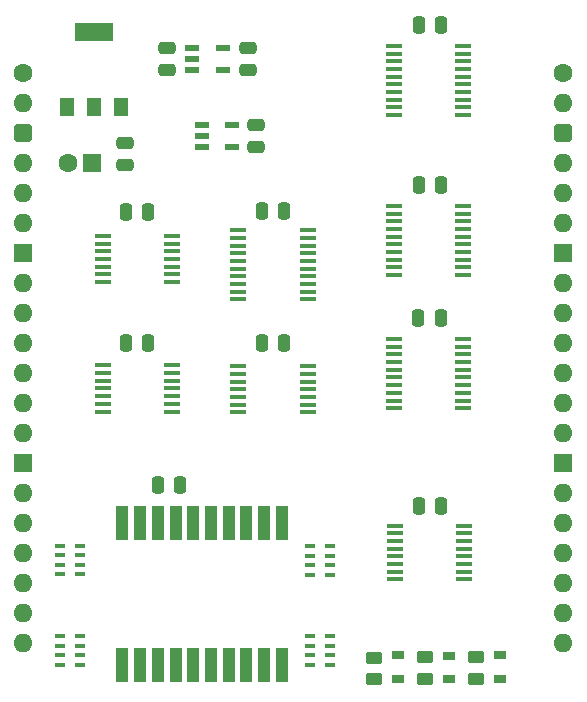
<source format=gts>
%TF.GenerationSoftware,KiCad,Pcbnew,8.0.7*%
%TF.CreationDate,2025-01-14T13:30:01+02:00*%
%TF.ProjectId,Status Device,53746174-7573-4204-9465-766963652e6b,V1*%
%TF.SameCoordinates,Original*%
%TF.FileFunction,Soldermask,Top*%
%TF.FilePolarity,Negative*%
%FSLAX46Y46*%
G04 Gerber Fmt 4.6, Leading zero omitted, Abs format (unit mm)*
G04 Created by KiCad (PCBNEW 8.0.7) date 2025-01-14 13:30:01*
%MOMM*%
%LPD*%
G01*
G04 APERTURE LIST*
G04 Aperture macros list*
%AMRoundRect*
0 Rectangle with rounded corners*
0 $1 Rounding radius*
0 $2 $3 $4 $5 $6 $7 $8 $9 X,Y pos of 4 corners*
0 Add a 4 corners polygon primitive as box body*
4,1,4,$2,$3,$4,$5,$6,$7,$8,$9,$2,$3,0*
0 Add four circle primitives for the rounded corners*
1,1,$1+$1,$2,$3*
1,1,$1+$1,$4,$5*
1,1,$1+$1,$6,$7*
1,1,$1+$1,$8,$9*
0 Add four rect primitives between the rounded corners*
20,1,$1+$1,$2,$3,$4,$5,0*
20,1,$1+$1,$4,$5,$6,$7,0*
20,1,$1+$1,$6,$7,$8,$9,0*
20,1,$1+$1,$8,$9,$2,$3,0*%
G04 Aperture macros list end*
%ADD10RoundRect,0.250000X0.250000X0.475000X-0.250000X0.475000X-0.250000X-0.475000X0.250000X-0.475000X0*%
%ADD11R,1.250000X0.600000*%
%ADD12RoundRect,0.250000X0.450000X-0.262500X0.450000X0.262500X-0.450000X0.262500X-0.450000X-0.262500X0*%
%ADD13RoundRect,0.250000X0.475000X-0.250000X0.475000X0.250000X-0.475000X0.250000X-0.475000X-0.250000X0*%
%ADD14R,1.475000X0.450000*%
%ADD15RoundRect,0.250000X-0.475000X0.250000X-0.475000X-0.250000X0.475000X-0.250000X0.475000X0.250000X0*%
%ADD16O,1.600000X1.600000*%
%ADD17R,1.600000X1.600000*%
%ADD18RoundRect,0.400000X-0.400000X-0.400000X0.400000X-0.400000X0.400000X0.400000X-0.400000X0.400000X0*%
%ADD19C,1.600000*%
%ADD20R,3.300000X1.500000*%
%ADD21R,1.200000X1.500000*%
%ADD22R,0.900000X0.450000*%
%ADD23R,1.000000X0.800000*%
%ADD24R,1.450000X0.450000*%
%ADD25R,1.000000X3.000000*%
%ADD26R,1.150000X0.600000*%
G04 APERTURE END LIST*
D10*
%TO.C,C18*%
X8669000Y-22860000D03*
X10569000Y-22860000D03*
%TD*%
D11*
%TO.C,IC6*%
X17633000Y-4384000D03*
X17633000Y-6284000D03*
X15133000Y-6284000D03*
X15133000Y-5334000D03*
X15133000Y-4384000D03*
%TD*%
D12*
%TO.C,R5*%
X29708000Y-49506500D03*
X29708000Y-51331500D03*
%TD*%
D13*
%TO.C,C14*%
X8622000Y-5892000D03*
X8622000Y-7792000D03*
%TD*%
%TO.C,C8*%
X12133000Y2147000D03*
X12133000Y247000D03*
%TD*%
D14*
%TO.C,IC4*%
X37228000Y2290000D03*
X37228000Y1640000D03*
X37228000Y990000D03*
X37228000Y340000D03*
X37228000Y-310000D03*
X37228000Y-960000D03*
X37228000Y-1610000D03*
X37228000Y-2260000D03*
X37228000Y-2910000D03*
X37228000Y-3560000D03*
X31352000Y-3560000D03*
X31352000Y-2910000D03*
X31352000Y-2260000D03*
X31352000Y-1610000D03*
X31352000Y-960000D03*
X31352000Y-310000D03*
X31352000Y340000D03*
X31352000Y990000D03*
X31352000Y1640000D03*
X31352000Y2290000D03*
%TD*%
D15*
%TO.C,C1*%
X19685000Y-6300000D03*
X19685000Y-4400000D03*
%TD*%
D16*
%TO.C,J1*%
X0Y-48260000D03*
X0Y-45720000D03*
X0Y-43180000D03*
X0Y-40640000D03*
X0Y-38100000D03*
X0Y-35560000D03*
D17*
X0Y-33020000D03*
D16*
X0Y-30480000D03*
X0Y-27940000D03*
X0Y-25400000D03*
X0Y-22860000D03*
X0Y-20320000D03*
X0Y-17780000D03*
D17*
X0Y-15240000D03*
D16*
X0Y-12700000D03*
X0Y-10160000D03*
X0Y-7620000D03*
D18*
X0Y-5080000D03*
D16*
X0Y-2540000D03*
D19*
X0Y0D03*
%TD*%
D20*
%TO.C,IC10*%
X5955000Y3479000D03*
D21*
X8255000Y-2921000D03*
X5955000Y-2921000D03*
X3655000Y-2921000D03*
%TD*%
D22*
%TO.C,RN4*%
X24228900Y-50114200D03*
X24228900Y-49314200D03*
X24228900Y-48514200D03*
X24228900Y-47714200D03*
X25928900Y-47714200D03*
X25928900Y-48514200D03*
X25928900Y-49314200D03*
X25928900Y-50114200D03*
%TD*%
D10*
%TO.C,C2*%
X33451000Y-9484000D03*
X35351000Y-9484000D03*
%TD*%
D22*
%TO.C,RN3*%
X3107900Y-50114200D03*
X3107900Y-49314200D03*
X3107900Y-48514200D03*
X3107900Y-47714200D03*
X4807900Y-47714200D03*
X4807900Y-48514200D03*
X4807900Y-49314200D03*
X4807900Y-50114200D03*
%TD*%
D23*
%TO.C,LED1*%
X40376000Y-49316300D03*
X40376000Y-51316300D03*
%TD*%
D10*
%TO.C,C10*%
X33434000Y-20761000D03*
X35334000Y-20761000D03*
%TD*%
D14*
%TO.C,IC12*%
X24065000Y-24847000D03*
X24065000Y-25497000D03*
X24065000Y-26147000D03*
X24065000Y-26797000D03*
X24065000Y-27447000D03*
X24065000Y-28097000D03*
X24065000Y-28747000D03*
X18189000Y-28747000D03*
X18189000Y-28097000D03*
X18189000Y-27447000D03*
X18189000Y-26797000D03*
X18189000Y-26147000D03*
X18189000Y-25497000D03*
X18189000Y-24847000D03*
%TD*%
D12*
%TO.C,R4*%
X38334000Y-49483000D03*
X38334000Y-51308000D03*
%TD*%
D10*
%TO.C,C20*%
X20161000Y-22860000D03*
X22061000Y-22860000D03*
%TD*%
%TO.C,C5*%
X20161000Y-11684000D03*
X22061000Y-11684000D03*
%TD*%
D14*
%TO.C,IC17*%
X37228000Y-11258000D03*
X37228000Y-11908000D03*
X37228000Y-12558000D03*
X37228000Y-13208000D03*
X37228000Y-13858000D03*
X37228000Y-14508000D03*
X37228000Y-15158000D03*
X37228000Y-15808000D03*
X37228000Y-16458000D03*
X37228000Y-17108000D03*
X31352000Y-17108000D03*
X31352000Y-16458000D03*
X31352000Y-15808000D03*
X31352000Y-15158000D03*
X31352000Y-14508000D03*
X31352000Y-13858000D03*
X31352000Y-13208000D03*
X31352000Y-12558000D03*
X31352000Y-11908000D03*
X31352000Y-11258000D03*
%TD*%
%TO.C,IC2*%
X37211000Y-22535000D03*
X37211000Y-23185000D03*
X37211000Y-23835000D03*
X37211000Y-24485000D03*
X37211000Y-25135000D03*
X37211000Y-25785000D03*
X37211000Y-26435000D03*
X37211000Y-27085000D03*
X37211000Y-27735000D03*
X37211000Y-28385000D03*
X31335000Y-28385000D03*
X31335000Y-27735000D03*
X31335000Y-27085000D03*
X31335000Y-26435000D03*
X31335000Y-25785000D03*
X31335000Y-25135000D03*
X31335000Y-24485000D03*
X31335000Y-23835000D03*
X31335000Y-23185000D03*
X31335000Y-22535000D03*
%TD*%
D10*
%TO.C,C21*%
X11353000Y-34925000D03*
X13253000Y-34925000D03*
%TD*%
D24*
%TO.C,IC3*%
X37342000Y-38324000D03*
X37342000Y-38974000D03*
X37342000Y-39624000D03*
X37342000Y-40274000D03*
X37342000Y-40924000D03*
X37342000Y-41574000D03*
X37342000Y-42224000D03*
X37342000Y-42874000D03*
X31492000Y-42874000D03*
X31492000Y-42224000D03*
X31492000Y-41574000D03*
X31492000Y-40924000D03*
X31492000Y-40274000D03*
X31492000Y-39624000D03*
X31492000Y-38974000D03*
X31492000Y-38324000D03*
%TD*%
D23*
%TO.C,LED2*%
X31740000Y-49315500D03*
X31740000Y-51315500D03*
%TD*%
D22*
%TO.C,RN1*%
X4807900Y-40055800D03*
X4807900Y-40855800D03*
X4807900Y-41655800D03*
X4807900Y-42455800D03*
X3107900Y-42455800D03*
X3107900Y-41655800D03*
X3107900Y-40855800D03*
X3107900Y-40055800D03*
%TD*%
D14*
%TO.C,IC11*%
X12590000Y-13798000D03*
X12590000Y-14448000D03*
X12590000Y-15098000D03*
X12590000Y-15748000D03*
X12590000Y-16398000D03*
X12590000Y-17048000D03*
X12590000Y-17698000D03*
X6714000Y-17698000D03*
X6714000Y-17048000D03*
X6714000Y-16398000D03*
X6714000Y-15748000D03*
X6714000Y-15098000D03*
X6714000Y-14448000D03*
X6714000Y-13798000D03*
%TD*%
D25*
%TO.C,DS1*%
X8382000Y-38100000D03*
X9882000Y-38100000D03*
X11382000Y-38100000D03*
X12882000Y-38100000D03*
X14382000Y-38100000D03*
X15882000Y-38100000D03*
X17382000Y-38100000D03*
X18882000Y-38100000D03*
X20382000Y-38100000D03*
X21882000Y-38100000D03*
X21882000Y-50100000D03*
X20382000Y-50100000D03*
X18882000Y-50100000D03*
X17382000Y-50100000D03*
X15882000Y-50100000D03*
X14382000Y-50100000D03*
X12882000Y-50100000D03*
X11382000Y-50100000D03*
X9882000Y-50100000D03*
X8382000Y-50100000D03*
%TD*%
D10*
%TO.C,C17*%
X33451000Y-36662000D03*
X35351000Y-36662000D03*
%TD*%
%TO.C,C19*%
X8686000Y-11811000D03*
X10586000Y-11811000D03*
%TD*%
D14*
%TO.C,IC7*%
X12590000Y-24765000D03*
X12590000Y-25415000D03*
X12590000Y-26065000D03*
X12590000Y-26715000D03*
X12590000Y-27365000D03*
X12590000Y-28015000D03*
X12590000Y-28665000D03*
X6714000Y-28665000D03*
X6714000Y-28015000D03*
X6714000Y-27365000D03*
X6714000Y-26715000D03*
X6714000Y-26065000D03*
X6714000Y-25415000D03*
X6714000Y-24765000D03*
%TD*%
D13*
%TO.C,C9*%
X18991000Y2147000D03*
X18991000Y247000D03*
%TD*%
D14*
%TO.C,IC1*%
X24065000Y-13331000D03*
X24065000Y-13981000D03*
X24065000Y-14631000D03*
X24065000Y-15281000D03*
X24065000Y-15931000D03*
X24065000Y-16581000D03*
X24065000Y-17231000D03*
X24065000Y-17881000D03*
X24065000Y-18531000D03*
X24065000Y-19181000D03*
X18189000Y-19181000D03*
X18189000Y-18531000D03*
X18189000Y-17881000D03*
X18189000Y-17231000D03*
X18189000Y-16581000D03*
X18189000Y-15931000D03*
X18189000Y-15281000D03*
X18189000Y-14631000D03*
X18189000Y-13981000D03*
X18189000Y-13331000D03*
%TD*%
D26*
%TO.C,IC5*%
X16862000Y2131000D03*
X16862000Y231000D03*
X14262000Y231000D03*
X14262000Y1181000D03*
X14262000Y2131000D03*
%TD*%
D16*
%TO.C,J2*%
X45720000Y-48260000D03*
X45720000Y-45720000D03*
X45720000Y-43180000D03*
X45720000Y-40640000D03*
X45720000Y-38100000D03*
X45720000Y-35560000D03*
D17*
X45720000Y-33020000D03*
D16*
X45720000Y-30480000D03*
X45720000Y-27940000D03*
X45720000Y-25400000D03*
X45720000Y-22860000D03*
X45720000Y-20320000D03*
X45720000Y-17780000D03*
D17*
X45720000Y-15240000D03*
D16*
X45720000Y-12700000D03*
X45720000Y-10160000D03*
X45720000Y-7620000D03*
D18*
X45720000Y-5080000D03*
D16*
X45720000Y-2540000D03*
D19*
X45720000Y0D03*
%TD*%
D10*
%TO.C,C15*%
X33451000Y4064000D03*
X35351000Y4064000D03*
%TD*%
D22*
%TO.C,RN2*%
X24228900Y-42494200D03*
X24228900Y-41694200D03*
X24228900Y-40894200D03*
X24228900Y-40094200D03*
X25928900Y-40094200D03*
X25928900Y-40894200D03*
X25928900Y-41694200D03*
X25928900Y-42494200D03*
%TD*%
D19*
%TO.C,C13*%
X3784600Y-7595000D03*
D17*
X5784600Y-7595000D03*
%TD*%
D23*
%TO.C,LED3*%
X36058000Y-49331500D03*
X36058000Y-51331500D03*
%TD*%
D12*
%TO.C,R6*%
X34016000Y-49483000D03*
X34016000Y-51308000D03*
%TD*%
M02*

</source>
